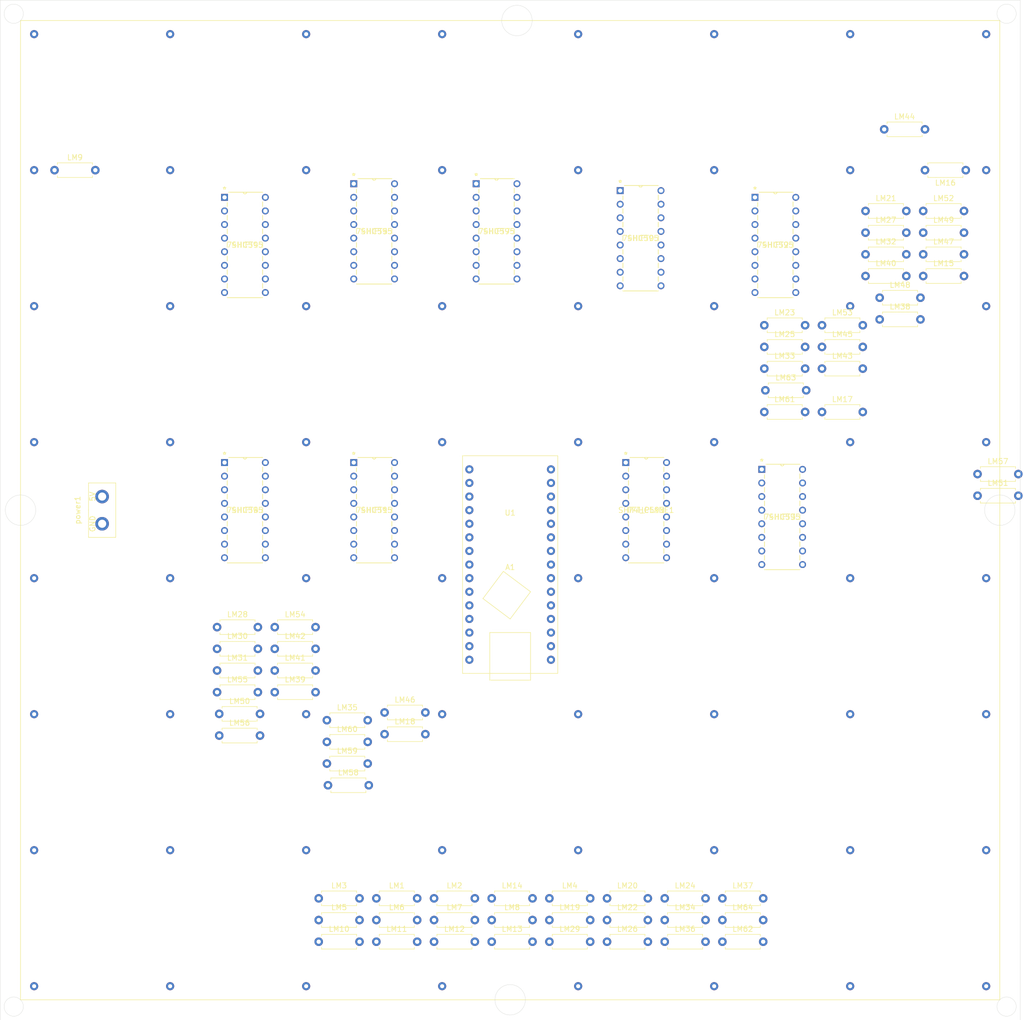
<source format=kicad_pcb>
(kicad_pcb (version 20171130) (host pcbnew "(5.1.6)-1")
  (layers (0 F.Cu signal) (31 B.Cu signal) (34 B.Paste user) (35 F.Paste user) (36 B.SilkS user) (37 F.SilkS user) (38 B.Mask user) (39 F.Mask user) (44 Edge.Cuts user))
  (net 0 "")
  (net 1 "Net-(A1-Pad1)")
  (net 2 "Net-(A1-Pad2)")
  (net 3 "Net-(A1-Pad3)")
  (net 4 "Net-(A1-Pad4)")
  (net 5 "Net-(A1-Pad5)")
  (net 6 "Net-(A1-Pad6)")
  (net 7 srclk)
  (net 8 rclk)
  (net 9 d6)
  (net 10 "Net-(A1-Pad10)")
  (net 11 "Net-(A1-Pad11)")
  (net 12 "Net-(A1-Pad12)")
  (net 13 "Net-(A1-Pad13)")
  (net 14 "Net-(A1-Pad14)")
  (net 15 "Net-(A1-Pad15)")
  (net 16 "Net-(A1-Pad16)")
  (net 17 "Net-(A1-Pad17)")
  (net 18 "Net-(A1-Pad18)")
  (net 19 "Net-(A1-Pad19)")
  (net 20 "Net-(A1-Pad20)")
  (net 21 "Net-(A1-Pad21)")
  (net 22 "Net-(A1-Pad22)")
  (net 23 "Net-(A1-Pad23)")
  (net 24 "Net-(A1-Pad24)")
  (net 25 "Net-(A1-Pad25)")
  (net 26 "Net-(A1-Pad26)")
  (net 27 "Net-(A1-Pad27)")
  (net 28 "Net-(A1-Pad28)")
  (net 29 "Net-(A1-Pad29)")
  (net 30 "Net-(A1-Pad30)")
  (net 31 led0)
  (net 32 "Net-(LM1-Pad1)")
  (net 33 "Net-(LM2-Pad1)")
  (net 34 led1)
  (net 35 led2)
  (net 36 "Net-(LM3-Pad1)")
  (net 37 "Net-(LM4-Pad1)")
  (net 38 led3)
  (net 39 led4)
  (net 40 "Net-(LM5-Pad1)")
  (net 41 "Net-(LM6-Pad1)")
  (net 42 led5)
  (net 43 led6)
  (net 44 "Net-(LM7-Pad1)")
  (net 45 "Net-(LM8-Pad1)")
  (net 46 led7)
  (net 47 led8)
  (net 48 "Net-(LM9-Pad1)")
  (net 49 "Net-(LM10-Pad1)")
  (net 50 led9)
  (net 51 led10)
  (net 52 "Net-(LM11-Pad1)")
  (net 53 "Net-(LM12-Pad1)")
  (net 54 led11)
  (net 55 led12)
  (net 56 "Net-(LM13-Pad1)")
  (net 57 "Net-(LM14-Pad1)")
  (net 58 led13)
  (net 59 led14)
  (net 60 "Net-(LM15-Pad1)")
  (net 61 "Net-(LM16-Pad1)")
  (net 62 led15)
  (net 63 led16)
  (net 64 "Net-(LM17-Pad1)")
  (net 65 "Net-(LM18-Pad1)")
  (net 66 led17)
  (net 67 led18)
  (net 68 "Net-(LM19-Pad1)")
  (net 69 "Net-(LM20-Pad1)")
  (net 70 led19)
  (net 71 led20)
  (net 72 "Net-(LM21-Pad1)")
  (net 73 "Net-(LM22-Pad1)")
  (net 74 led21)
  (net 75 led22)
  (net 76 "Net-(LM23-Pad1)")
  (net 77 "Net-(LM24-Pad1)")
  (net 78 led23)
  (net 79 led24)
  (net 80 "Net-(LM25-Pad1)")
  (net 81 "Net-(LM26-Pad1)")
  (net 82 led25)
  (net 83 led26)
  (net 84 "Net-(LM27-Pad1)")
  (net 85 "Net-(LM28-Pad1)")
  (net 86 led27)
  (net 87 led28)
  (net 88 "Net-(LM29-Pad1)")
  (net 89 "Net-(LM30-Pad1)")
  (net 90 led29)
  (net 91 led30)
  (net 92 "Net-(LM31-Pad1)")
  (net 93 "Net-(LM32-Pad1)")
  (net 94 led31)
  (net 95 "Net-(LM33-Pad2)")
  (net 96 led43)
  (net 97 led44)
  (net 98 "Net-(LM34-Pad2)")
  (net 99 "Net-(LM35-Pad2)")
  (net 100 led45)
  (net 101 led46)
  (net 102 "Net-(LM36-Pad2)")
  (net 103 "Net-(LM37-Pad2)")
  (net 104 led47)
  (net 105 led48)
  (net 106 "Net-(LM38-Pad2)")
  (net 107 "Net-(LM39-Pad2)")
  (net 108 led49)
  (net 109 "Net-(LM40-Pad2)")
  (net 110 led50)
  (net 111 "Net-(LM41-Pad2)")
  (net 112 led51)
  (net 113 led52)
  (net 114 "Net-(LM42-Pad2)")
  (net 115 "Net-(LM43-Pad2)")
  (net 116 led53)
  (net 117 led54)
  (net 118 "Net-(LM44-Pad2)")
  (net 119 "Net-(LM45-Pad2)")
  (net 120 led55)
  (net 121 led56)
  (net 122 "Net-(LM46-Pad2)")
  (net 123 "Net-(LM47-Pad2)")
  (net 124 led57)
  (net 125 led58)
  (net 126 "Net-(LM48-Pad2)")
  (net 127 "Net-(LM49-Pad2)")
  (net 128 led59)
  (net 129 led60)
  (net 130 "Net-(LM50-Pad2)")
  (net 131 "Net-(LM51-Pad2)")
  (net 132 led61)
  (net 133 led62)
  (net 134 "Net-(LM52-Pad2)")
  (net 135 "Net-(LM53-Pad2)")
  (net 136 led63)
  (net 137 led42)
  (net 138 "Net-(LM54-Pad2)")
  (net 139 led41)
  (net 140 "Net-(LM55-Pad2)")
  (net 141 led40)
  (net 142 "Net-(LM56-Pad2)")
  (net 143 "Net-(LM57-Pad2)")
  (net 144 led39)
  (net 145 led38)
  (net 146 "Net-(LM58-Pad2)")
  (net 147 "Net-(LM59-Pad2)")
  (net 148 led37)
  (net 149 led36)
  (net 150 "Net-(LM60-Pad2)")
  (net 151 "Net-(LM61-Pad2)")
  (net 152 led35)
  (net 153 led34)
  (net 154 "Net-(LM62-Pad2)")
  (net 155 "Net-(LM63-Pad2)")
  (net 156 led33)
  (net 157 led32)
  (net 158 "Net-(LM64-Pad2)")
  (net 159 GND)
  (net 160 "Net-(SHIFT0-Pad9)")
  (net 161 +5V)
  (net 162 "Net-(SHIFT1-Pad9)")
  (net 163 "Net-(SHIFT2-Pad9)")
  (net 164 "Net-(SHIFT3-Pad9)")
  (net 165 "Net-(SHIFT4-Pad9)")
  (net 166 "Net-(SHIFT5-Pad9)")
  (net 167 "Net-(SHIFT6-Pad9)")
  (net 168 "Net-(SHIFT7-Pad9)")
  (net 169 plane0)
  (net 170 "Net-(SHIFT_PLANE1-Pad14)")
  (net 171 plane7)
  (net 172 plane6)
  (net 173 plane5)
  (net 174 plane4)
  (net 175 plane3)
  (net 176 plane2)
  (net 177 plane1)
  (module footprints:power (layer F.Cu) (at 73.66 106.68 90)
    (fp_text reference power1 (at 0 -4.58 90) (layer F.SilkS))
    (fp_text value power)
    (fp_text user 5V (at 2.54 -1.778 90) (layer F.SilkS))
    (fp_text user GND (at -2.54 -1.778 90) (layer F.SilkS))
    (pad 2 thru_hole circle (at 2.54 0 90) (size 2.54 2.54) (drill 1.524) (layers *.Cu *.Mask) (net 161 +5V))
    (pad 1 thru_hole circle (at -2.54 0 90) (size 2.54 2.54) (drill 1.524) (layers *.Cu *.Mask) (net 159 GND))
  )
  (module footprints:nano (layer F.Cu) (at 149.86 116.84)
    (fp_text reference A1 (at 0 0.5) (layer F.SilkS))
    (fp_text value Arduino_Nano_v3.x)
    (pad 1 thru_hole circle (at -7.62 -17.78) (size 1.524 1.524) (drill 0.762) (layers *.Cu *.Mask) (net 1 "Net-(A1-Pad1)"))
    (pad 2 thru_hole circle (at -7.62 -15.24) (size 1.524 1.524) (drill 0.762) (layers *.Cu *.Mask) (net 2 "Net-(A1-Pad2)"))
    (pad 3 thru_hole circle (at -7.62 -12.7) (size 1.524 1.524) (drill 0.762) (layers *.Cu *.Mask) (net 3 "Net-(A1-Pad3)"))
    (pad 4 thru_hole circle (at -7.62 -10.16) (size 1.524 1.524) (drill 0.762) (layers *.Cu *.Mask) (net 4 "Net-(A1-Pad4)"))
    (pad 5 thru_hole circle (at -7.62 -7.62) (size 1.524 1.524) (drill 0.762) (layers *.Cu *.Mask) (net 5 "Net-(A1-Pad5)"))
    (pad 6 thru_hole circle (at -7.62 -5.08) (size 1.524 1.524) (drill 0.762) (layers *.Cu *.Mask) (net 6 "Net-(A1-Pad6)"))
    (pad 7 thru_hole circle (at -7.62 -2.54) (size 1.524 1.524) (drill 0.762) (layers *.Cu *.Mask) (net 7 srclk))
    (pad 8 thru_hole circle (at -7.62 0) (size 1.524 1.524) (drill 0.762) (layers *.Cu *.Mask) (net 8 rclk))
    (pad 9 thru_hole circle (at -7.62 2.54) (size 1.524 1.524) (drill 0.762) (layers *.Cu *.Mask) (net 9 d6))
    (pad 10 thru_hole circle (at -7.62 5.08) (size 1.524 1.524) (drill 0.762) (layers *.Cu *.Mask) (net 10 "Net-(A1-Pad10)"))
    (pad 11 thru_hole circle (at -7.62 7.62) (size 1.524 1.524) (drill 0.762) (layers *.Cu *.Mask) (net 11 "Net-(A1-Pad11)"))
    (pad 12 thru_hole circle (at -7.62 10.16) (size 1.524 1.524) (drill 0.762) (layers *.Cu *.Mask) (net 12 "Net-(A1-Pad12)"))
    (pad 13 thru_hole circle (at -7.62 12.7) (size 1.524 1.524) (drill 0.762) (layers *.Cu *.Mask) (net 13 "Net-(A1-Pad13)"))
    (pad 14 thru_hole circle (at -7.62 15.24) (size 1.524 1.524) (drill 0.762) (layers *.Cu *.Mask) (net 14 "Net-(A1-Pad14)"))
    (pad 15 thru_hole circle (at -7.62 17.78) (size 1.524 1.524) (drill 0.762) (layers *.Cu *.Mask) (net 15 "Net-(A1-Pad15)"))
    (pad 16 thru_hole circle (at 7.62 17.78) (size 1.524 1.524) (drill 0.762) (layers *.Cu *.Mask) (net 16 "Net-(A1-Pad16)"))
    (pad 17 thru_hole circle (at 7.62 15.24) (size 1.524 1.524) (drill 0.762) (layers *.Cu *.Mask) (net 17 "Net-(A1-Pad17)"))
    (pad 18 thru_hole circle (at 7.62 12.7) (size 1.524 1.524) (drill 0.762) (layers *.Cu *.Mask) (net 18 "Net-(A1-Pad18)"))
    (pad 19 thru_hole circle (at 7.62 10.16) (size 1.524 1.524) (drill 0.762) (layers *.Cu *.Mask) (net 19 "Net-(A1-Pad19)"))
    (pad 20 thru_hole circle (at 7.62 7.62) (size 1.524 1.524) (drill 0.762) (layers *.Cu *.Mask) (net 20 "Net-(A1-Pad20)"))
    (pad 21 thru_hole circle (at 7.62 5.08) (size 1.524 1.524) (drill 0.762) (layers *.Cu *.Mask) (net 21 "Net-(A1-Pad21)"))
    (pad 22 thru_hole circle (at 7.62 2.54) (size 1.524 1.524) (drill 0.762) (layers *.Cu *.Mask) (net 22 "Net-(A1-Pad22)"))
    (pad 23 thru_hole circle (at 7.62 0) (size 1.524 1.524) (drill 0.762) (layers *.Cu *.Mask) (net 23 "Net-(A1-Pad23)"))
    (pad 24 thru_hole circle (at 7.62 -2.54) (size 1.524 1.524) (drill 0.762) (layers *.Cu *.Mask) (net 24 "Net-(A1-Pad24)"))
    (pad 25 thru_hole circle (at 7.62 -5.08) (size 1.524 1.524) (drill 0.762) (layers *.Cu *.Mask) (net 25 "Net-(A1-Pad25)"))
    (pad 26 thru_hole circle (at 7.62 -7.62) (size 1.524 1.524) (drill 0.762) (layers *.Cu *.Mask) (net 26 "Net-(A1-Pad26)"))
    (pad 27 thru_hole circle (at 7.62 -10.16) (size 1.524 1.524) (drill 0.762) (layers *.Cu *.Mask) (net 27 "Net-(A1-Pad27)"))
    (pad 28 thru_hole circle (at 7.62 -12.7) (size 1.524 1.524) (drill 0.762) (layers *.Cu *.Mask) (net 28 "Net-(A1-Pad28)"))
    (pad 29 thru_hole circle (at 7.62 -15.24) (size 1.524 1.524) (drill 0.762) (layers *.Cu *.Mask) (net 29 "Net-(A1-Pad29)"))
    (pad 30 thru_hole circle (at 7.62 -17.78) (size 1.524 1.524) (drill 0.762) (layers *.Cu *.Mask) (net 30 "Net-(A1-Pad30)"))
  )
  (module Resistor_THT:R_Axial_DIN0207_L6.3mm_D2.5mm_P7.62mm_Horizontal (layer F.Cu) (at 124.875001 179.175001)
    (fp_text reference LM1 (at 3.81 -2.37) (layer F.SilkS))
    (fp_text value LM)
    (pad 2 thru_hole oval (at 7.62 0) (size 1.6 1.6) (drill 0.8) (layers *.Cu *.Mask) (net 31 led0))
    (pad 1 thru_hole circle (at 0 0) (size 1.6 1.6) (drill 0.8) (layers *.Cu *.Mask) (net 32 "Net-(LM1-Pad1)"))
  )
  (module Resistor_THT:R_Axial_DIN0207_L6.3mm_D2.5mm_P7.62mm_Horizontal (layer F.Cu) (at 135.645001 179.175001)
    (fp_text reference LM2 (at 3.81 -2.37) (layer F.SilkS))
    (fp_text value LM)
    (pad 1 thru_hole circle (at 0 0) (size 1.6 1.6) (drill 0.8) (layers *.Cu *.Mask) (net 33 "Net-(LM2-Pad1)"))
    (pad 2 thru_hole oval (at 7.62 0) (size 1.6 1.6) (drill 0.8) (layers *.Cu *.Mask) (net 34 led1))
  )
  (module Resistor_THT:R_Axial_DIN0207_L6.3mm_D2.5mm_P7.62mm_Horizontal (layer F.Cu) (at 114.105001 179.175001)
    (fp_text reference LM3 (at 3.81 -2.37) (layer F.SilkS))
    (fp_text value LM)
    (pad 2 thru_hole oval (at 7.62 0) (size 1.6 1.6) (drill 0.8) (layers *.Cu *.Mask) (net 35 led2))
    (pad 1 thru_hole circle (at 0 0) (size 1.6 1.6) (drill 0.8) (layers *.Cu *.Mask) (net 36 "Net-(LM3-Pad1)"))
  )
  (module Resistor_THT:R_Axial_DIN0207_L6.3mm_D2.5mm_P7.62mm_Horizontal (layer F.Cu) (at 157.185001 179.175001)
    (fp_text reference LM4 (at 3.81 -2.37) (layer F.SilkS))
    (fp_text value LM)
    (pad 1 thru_hole circle (at 0 0) (size 1.6 1.6) (drill 0.8) (layers *.Cu *.Mask) (net 37 "Net-(LM4-Pad1)"))
    (pad 2 thru_hole oval (at 7.62 0) (size 1.6 1.6) (drill 0.8) (layers *.Cu *.Mask) (net 38 led3))
  )
  (module Resistor_THT:R_Axial_DIN0207_L6.3mm_D2.5mm_P7.62mm_Horizontal (layer F.Cu) (at 114.105001 183.225001)
    (fp_text reference LM5 (at 3.81 -2.37) (layer F.SilkS))
    (fp_text value LM)
    (pad 2 thru_hole oval (at 7.62 0) (size 1.6 1.6) (drill 0.8) (layers *.Cu *.Mask) (net 39 led4))
    (pad 1 thru_hole circle (at 0 0) (size 1.6 1.6) (drill 0.8) (layers *.Cu *.Mask) (net 40 "Net-(LM5-Pad1)"))
  )
  (module Resistor_THT:R_Axial_DIN0207_L6.3mm_D2.5mm_P7.62mm_Horizontal (layer F.Cu) (at 124.875001 183.225001)
    (fp_text reference LM6 (at 3.81 -2.37) (layer F.SilkS))
    (fp_text value LM)
    (pad 1 thru_hole circle (at 0 0) (size 1.6 1.6) (drill 0.8) (layers *.Cu *.Mask) (net 41 "Net-(LM6-Pad1)"))
    (pad 2 thru_hole oval (at 7.62 0) (size 1.6 1.6) (drill 0.8) (layers *.Cu *.Mask) (net 42 led5))
  )
  (module Resistor_THT:R_Axial_DIN0207_L6.3mm_D2.5mm_P7.62mm_Horizontal (layer F.Cu) (at 135.645001 183.225001)
    (fp_text reference LM7 (at 3.81 -2.37) (layer F.SilkS))
    (fp_text value LM)
    (pad 2 thru_hole oval (at 7.62 0) (size 1.6 1.6) (drill 0.8) (layers *.Cu *.Mask) (net 43 led6))
    (pad 1 thru_hole circle (at 0 0) (size 1.6 1.6) (drill 0.8) (layers *.Cu *.Mask) (net 44 "Net-(LM7-Pad1)"))
  )
  (module Resistor_THT:R_Axial_DIN0207_L6.3mm_D2.5mm_P7.62mm_Horizontal (layer F.Cu) (at 146.415001 183.225001)
    (fp_text reference LM8 (at 3.81 -2.37) (layer F.SilkS))
    (fp_text value LM)
    (pad 1 thru_hole circle (at 0 0) (size 1.6 1.6) (drill 0.8) (layers *.Cu *.Mask) (net 45 "Net-(LM8-Pad1)"))
    (pad 2 thru_hole oval (at 7.62 0) (size 1.6 1.6) (drill 0.8) (layers *.Cu *.Mask) (net 46 led7))
  )
  (module Resistor_THT:R_Axial_DIN0207_L6.3mm_D2.5mm_P7.62mm_Horizontal (layer F.Cu) (at 64.77 43.18)
    (fp_text reference LM9 (at 3.81 -2.37) (layer F.SilkS))
    (fp_text value LM)
    (pad 2 thru_hole oval (at 7.62 0) (size 1.6 1.6) (drill 0.8) (layers *.Cu *.Mask) (net 47 led8))
    (pad 1 thru_hole circle (at 0 0) (size 1.6 1.6) (drill 0.8) (layers *.Cu *.Mask) (net 48 "Net-(LM9-Pad1)"))
  )
  (module Resistor_THT:R_Axial_DIN0207_L6.3mm_D2.5mm_P7.62mm_Horizontal (layer F.Cu) (at 114.105001 187.275001)
    (fp_text reference LM10 (at 3.81 -2.37) (layer F.SilkS))
    (fp_text value LM)
    (pad 1 thru_hole circle (at 0 0) (size 1.6 1.6) (drill 0.8) (layers *.Cu *.Mask) (net 49 "Net-(LM10-Pad1)"))
    (pad 2 thru_hole oval (at 7.62 0) (size 1.6 1.6) (drill 0.8) (layers *.Cu *.Mask) (net 50 led9))
  )
  (module Resistor_THT:R_Axial_DIN0207_L6.3mm_D2.5mm_P7.62mm_Horizontal (layer F.Cu) (at 124.875001 187.275001)
    (fp_text reference LM11 (at 3.81 -2.37) (layer F.SilkS))
    (fp_text value LM)
    (pad 2 thru_hole oval (at 7.62 0) (size 1.6 1.6) (drill 0.8) (layers *.Cu *.Mask) (net 51 led10))
    (pad 1 thru_hole circle (at 0 0) (size 1.6 1.6) (drill 0.8) (layers *.Cu *.Mask) (net 52 "Net-(LM11-Pad1)"))
  )
  (module Resistor_THT:R_Axial_DIN0207_L6.3mm_D2.5mm_P7.62mm_Horizontal (layer F.Cu) (at 135.645001 187.275001)
    (fp_text reference LM12 (at 3.81 -2.37) (layer F.SilkS))
    (fp_text value LM)
    (pad 1 thru_hole circle (at 0 0) (size 1.6 1.6) (drill 0.8) (layers *.Cu *.Mask) (net 53 "Net-(LM12-Pad1)"))
    (pad 2 thru_hole oval (at 7.62 0) (size 1.6 1.6) (drill 0.8) (layers *.Cu *.Mask) (net 54 led11))
  )
  (module Resistor_THT:R_Axial_DIN0207_L6.3mm_D2.5mm_P7.62mm_Horizontal (layer F.Cu) (at 146.415001 187.275001)
    (fp_text reference LM13 (at 3.81 -2.37) (layer F.SilkS))
    (fp_text value LM)
    (pad 2 thru_hole oval (at 7.62 0) (size 1.6 1.6) (drill 0.8) (layers *.Cu *.Mask) (net 55 led12))
    (pad 1 thru_hole circle (at 0 0) (size 1.6 1.6) (drill 0.8) (layers *.Cu *.Mask) (net 56 "Net-(LM13-Pad1)"))
  )
  (module Resistor_THT:R_Axial_DIN0207_L6.3mm_D2.5mm_P7.62mm_Horizontal (layer F.Cu) (at 146.415001 179.175001)
    (fp_text reference LM14 (at 3.81 -2.37) (layer F.SilkS))
    (fp_text value LM)
    (pad 1 thru_hole circle (at 0 0) (size 1.6 1.6) (drill 0.8) (layers *.Cu *.Mask) (net 57 "Net-(LM14-Pad1)"))
    (pad 2 thru_hole oval (at 7.62 0) (size 1.6 1.6) (drill 0.8) (layers *.Cu *.Mask) (net 58 led13))
  )
  (module Resistor_THT:R_Axial_DIN0207_L6.3mm_D2.5mm_P7.62mm_Horizontal (layer F.Cu) (at 226.995001 62.955001)
    (fp_text reference LM15 (at 3.81 -2.37) (layer F.SilkS))
    (fp_text value LM)
    (pad 2 thru_hole oval (at 7.62 0) (size 1.6 1.6) (drill 0.8) (layers *.Cu *.Mask) (net 59 led14))
    (pad 1 thru_hole circle (at 0 0) (size 1.6 1.6) (drill 0.8) (layers *.Cu *.Mask) (net 60 "Net-(LM15-Pad1)"))
  )
  (module Resistor_THT:R_Axial_DIN0207_L6.3mm_D2.5mm_P7.62mm_Horizontal (layer F.Cu) (at 234.95 43.18 180)
    (fp_text reference LM16 (at 3.81 -2.37) (layer F.SilkS))
    (fp_text value LM)
    (pad 1 thru_hole circle (at 0 0 180) (size 1.6 1.6) (drill 0.8) (layers *.Cu *.Mask) (net 61 "Net-(LM16-Pad1)"))
    (pad 2 thru_hole oval (at 7.62 0 180) (size 1.6 1.6) (drill 0.8) (layers *.Cu *.Mask) (net 62 led15))
  )
  (module Resistor_THT:R_Axial_DIN0207_L6.3mm_D2.5mm_P7.62mm_Horizontal (layer F.Cu) (at 208.095001 88.345001)
    (fp_text reference LM17 (at 3.81 -2.37) (layer F.SilkS))
    (fp_text value LM)
    (pad 2 thru_hole oval (at 7.62 0) (size 1.6 1.6) (drill 0.8) (layers *.Cu *.Mask) (net 63 led16))
    (pad 1 thru_hole circle (at 0 0) (size 1.6 1.6) (drill 0.8) (layers *.Cu *.Mask) (net 64 "Net-(LM17-Pad1)"))
  )
  (module Resistor_THT:R_Axial_DIN0207_L6.3mm_D2.5mm_P7.62mm_Horizontal (layer F.Cu) (at 126.405001 148.515001)
    (fp_text reference LM18 (at 3.81 -2.37) (layer F.SilkS))
    (fp_text value LM)
    (pad 1 thru_hole circle (at 0 0) (size 1.6 1.6) (drill 0.8) (layers *.Cu *.Mask) (net 65 "Net-(LM18-Pad1)"))
    (pad 2 thru_hole oval (at 7.62 0) (size 1.6 1.6) (drill 0.8) (layers *.Cu *.Mask) (net 66 led17))
  )
  (module Resistor_THT:R_Axial_DIN0207_L6.3mm_D2.5mm_P7.62mm_Horizontal (layer F.Cu) (at 157.185001 183.225001)
    (fp_text reference LM19 (at 3.81 -2.37) (layer F.SilkS))
    (fp_text value LM)
    (pad 2 thru_hole oval (at 7.62 0) (size 1.6 1.6) (drill 0.8) (layers *.Cu *.Mask) (net 67 led18))
    (pad 1 thru_hole circle (at 0 0) (size 1.6 1.6) (drill 0.8) (layers *.Cu *.Mask) (net 68 "Net-(LM19-Pad1)"))
  )
  (module Resistor_THT:R_Axial_DIN0207_L6.3mm_D2.5mm_P7.62mm_Horizontal (layer F.Cu) (at 167.955001 179.175001)
    (fp_text reference LM20 (at 3.81 -2.37) (layer F.SilkS))
    (fp_text value LM)
    (pad 1 thru_hole circle (at 0 0) (size 1.6 1.6) (drill 0.8) (layers *.Cu *.Mask) (net 69 "Net-(LM20-Pad1)"))
    (pad 2 thru_hole oval (at 7.62 0) (size 1.6 1.6) (drill 0.8) (layers *.Cu *.Mask) (net 70 led19))
  )
  (module Resistor_THT:R_Axial_DIN0207_L6.3mm_D2.5mm_P7.62mm_Horizontal (layer F.Cu) (at 216.225001 50.805001)
    (fp_text reference LM21 (at 3.81 -2.37) (layer F.SilkS))
    (fp_text value LM)
    (pad 2 thru_hole oval (at 7.62 0) (size 1.6 1.6) (drill 0.8) (layers *.Cu *.Mask) (net 71 led20))
    (pad 1 thru_hole circle (at 0 0) (size 1.6 1.6) (drill 0.8) (layers *.Cu *.Mask) (net 72 "Net-(LM21-Pad1)"))
  )
  (module Resistor_THT:R_Axial_DIN0207_L6.3mm_D2.5mm_P7.62mm_Horizontal (layer F.Cu) (at 167.955001 183.225001)
    (fp_text reference LM22 (at 3.81 -2.37) (layer F.SilkS))
    (fp_text value LM)
    (pad 1 thru_hole circle (at 0 0) (size 1.6 1.6) (drill 0.8) (layers *.Cu *.Mask) (net 73 "Net-(LM22-Pad1)"))
    (pad 2 thru_hole oval (at 7.62 0) (size 1.6 1.6) (drill 0.8) (layers *.Cu *.Mask) (net 74 led21))
  )
  (module Resistor_THT:R_Axial_DIN0207_L6.3mm_D2.5mm_P7.62mm_Horizontal (layer F.Cu) (at 197.325001 72.145001)
    (fp_text reference LM23 (at 3.81 -2.37) (layer F.SilkS))
    (fp_text value LM)
    (pad 2 thru_hole oval (at 7.62 0) (size 1.6 1.6) (drill 0.8) (layers *.Cu *.Mask) (net 75 led22))
    (pad 1 thru_hole circle (at 0 0) (size 1.6 1.6) (drill 0.8) (layers *.Cu *.Mask) (net 76 "Net-(LM23-Pad1)"))
  )
  (module Resistor_THT:R_Axial_DIN0207_L6.3mm_D2.5mm_P7.62mm_Horizontal (layer F.Cu) (at 178.725001 179.175001)
    (fp_text reference LM24 (at 3.81 -2.37) (layer F.SilkS))
    (fp_text value LM)
    (pad 1 thru_hole circle (at 0 0) (size 1.6 1.6) (drill 0.8) (layers *.Cu *.Mask) (net 77 "Net-(LM24-Pad1)"))
    (pad 2 thru_hole oval (at 7.62 0) (size 1.6 1.6) (drill 0.8) (layers *.Cu *.Mask) (net 78 led23))
  )
  (module Resistor_THT:R_Axial_DIN0207_L6.3mm_D2.5mm_P7.62mm_Horizontal (layer F.Cu) (at 197.325001 76.195001)
    (fp_text reference LM25 (at 3.81 -2.37) (layer F.SilkS))
    (fp_text value LM)
    (pad 2 thru_hole oval (at 7.62 0) (size 1.6 1.6) (drill 0.8) (layers *.Cu *.Mask) (net 79 led24))
    (pad 1 thru_hole circle (at 0 0) (size 1.6 1.6) (drill 0.8) (layers *.Cu *.Mask) (net 80 "Net-(LM25-Pad1)"))
  )
  (module Resistor_THT:R_Axial_DIN0207_L6.3mm_D2.5mm_P7.62mm_Horizontal (layer F.Cu) (at 167.955001 187.275001)
    (fp_text reference LM26 (at 3.81 -2.37) (layer F.SilkS))
    (fp_text value LM)
    (pad 1 thru_hole circle (at 0 0) (size 1.6 1.6) (drill 0.8) (layers *.Cu *.Mask) (net 81 "Net-(LM26-Pad1)"))
    (pad 2 thru_hole oval (at 7.62 0) (size 1.6 1.6) (drill 0.8) (layers *.Cu *.Mask) (net 82 led25))
  )
  (module Resistor_THT:R_Axial_DIN0207_L6.3mm_D2.5mm_P7.62mm_Horizontal (layer F.Cu) (at 216.225001 54.855001)
    (fp_text reference LM27 (at 3.81 -2.37) (layer F.SilkS))
    (fp_text value LM)
    (pad 2 thru_hole oval (at 7.62 0) (size 1.6 1.6) (drill 0.8) (layers *.Cu *.Mask) (net 83 led26))
    (pad 1 thru_hole circle (at 0 0) (size 1.6 1.6) (drill 0.8) (layers *.Cu *.Mask) (net 84 "Net-(LM27-Pad1)"))
  )
  (module Resistor_THT:R_Axial_DIN0207_L6.3mm_D2.5mm_P7.62mm_Horizontal (layer F.Cu) (at 95.125001 128.525001)
    (fp_text reference LM28 (at 3.81 -2.37) (layer F.SilkS))
    (fp_text value LM)
    (pad 1 thru_hole circle (at 0 0) (size 1.6 1.6) (drill 0.8) (layers *.Cu *.Mask) (net 85 "Net-(LM28-Pad1)"))
    (pad 2 thru_hole oval (at 7.62 0) (size 1.6 1.6) (drill 0.8) (layers *.Cu *.Mask) (net 86 led27))
  )
  (module Resistor_THT:R_Axial_DIN0207_L6.3mm_D2.5mm_P7.62mm_Horizontal (layer F.Cu) (at 157.185001 187.275001)
    (fp_text reference LM29 (at 3.81 -2.37) (layer F.SilkS))
    (fp_text value LM)
    (pad 2 thru_hole oval (at 7.62 0) (size 1.6 1.6) (drill 0.8) (layers *.Cu *.Mask) (net 87 led28))
    (pad 1 thru_hole circle (at 0 0) (size 1.6 1.6) (drill 0.8) (layers *.Cu *.Mask) (net 88 "Net-(LM29-Pad1)"))
  )
  (module Resistor_THT:R_Axial_DIN0207_L6.3mm_D2.5mm_P7.62mm_Horizontal (layer F.Cu) (at 95.125001 132.575001)
    (fp_text reference LM30 (at 3.81 -2.37) (layer F.SilkS))
    (fp_text value LM)
    (pad 1 thru_hole circle (at 0 0) (size 1.6 1.6) (drill 0.8) (layers *.Cu *.Mask) (net 89 "Net-(LM30-Pad1)"))
    (pad 2 thru_hole oval (at 7.62 0) (size 1.6 1.6) (drill 0.8) (layers *.Cu *.Mask) (net 90 led29))
  )
  (module Resistor_THT:R_Axial_DIN0207_L6.3mm_D2.5mm_P7.62mm_Horizontal (layer F.Cu) (at 95.125001 136.625001)
    (fp_text reference LM31 (at 3.81 -2.37) (layer F.SilkS))
    (fp_text value LM)
    (pad 2 thru_hole oval (at 7.62 0) (size 1.6 1.6) (drill 0.8) (layers *.Cu *.Mask) (net 91 led30))
    (pad 1 thru_hole circle (at 0 0) (size 1.6 1.6) (drill 0.8) (layers *.Cu *.Mask) (net 92 "Net-(LM31-Pad1)"))
  )
  (module Resistor_THT:R_Axial_DIN0207_L6.3mm_D2.5mm_P7.62mm_Horizontal (layer F.Cu) (at 216.225001 58.905001)
    (fp_text reference LM32 (at 3.81 -2.37) (layer F.SilkS))
    (fp_text value LM)
    (pad 1 thru_hole circle (at 0 0) (size 1.6 1.6) (drill 0.8) (layers *.Cu *.Mask) (net 93 "Net-(LM32-Pad1)"))
    (pad 2 thru_hole oval (at 7.62 0) (size 1.6 1.6) (drill 0.8) (layers *.Cu *.Mask) (net 94 led31))
  )
  (module Resistor_THT:R_Axial_DIN0207_L6.3mm_D2.5mm_P7.62mm_Horizontal (layer F.Cu) (at 197.325001 80.245001)
    (fp_text reference LM33 (at 3.81 -2.37) (layer F.SilkS))
    (fp_text value LM)
    (pad 2 thru_hole oval (at 7.62 0) (size 1.6 1.6) (drill 0.8) (layers *.Cu *.Mask) (net 95 "Net-(LM33-Pad2)"))
    (pad 1 thru_hole circle (at 0 0) (size 1.6 1.6) (drill 0.8) (layers *.Cu *.Mask) (net 96 led43))
  )
  (module Resistor_THT:R_Axial_DIN0207_L6.3mm_D2.5mm_P7.62mm_Horizontal (layer F.Cu) (at 178.725001 183.225001)
    (fp_text reference LM34 (at 3.81 -2.37) (layer F.SilkS))
    (fp_text value LM)
    (pad 1 thru_hole circle (at 0 0) (size 1.6 1.6) (drill 0.8) (layers *.Cu *.Mask) (net 97 led44))
    (pad 2 thru_hole oval (at 7.62 0) (size 1.6 1.6) (drill 0.8) (layers *.Cu *.Mask) (net 98 "Net-(LM34-Pad2)"))
  )
  (module Resistor_THT:R_Axial_DIN0207_L6.3mm_D2.5mm_P7.62mm_Horizontal (layer F.Cu) (at 115.635001 145.905001)
    (fp_text reference LM35 (at 3.81 -2.37) (layer F.SilkS))
    (fp_text value LM)
    (pad 2 thru_hole oval (at 7.62 0) (size 1.6 1.6) (drill 0.8) (layers *.Cu *.Mask) (net 99 "Net-(LM35-Pad2)"))
    (pad 1 thru_hole circle (at 0 0) (size 1.6 1.6) (drill 0.8) (layers *.Cu *.Mask) (net 100 led45))
  )
  (module Resistor_THT:R_Axial_DIN0207_L6.3mm_D2.5mm_P7.62mm_Horizontal (layer F.Cu) (at 178.725001 187.275001)
    (fp_text reference LM36 (at 3.81 -2.37) (layer F.SilkS))
    (fp_text value LM)
    (pad 1 thru_hole circle (at 0 0) (size 1.6 1.6) (drill 0.8) (layers *.Cu *.Mask) (net 101 led46))
    (pad 2 thru_hole oval (at 7.62 0) (size 1.6 1.6) (drill 0.8) (layers *.Cu *.Mask) (net 102 "Net-(LM36-Pad2)"))
  )
  (module Resistor_THT:R_Axial_DIN0207_L6.3mm_D2.5mm_P7.62mm_Horizontal (layer F.Cu) (at 189.495001 179.175001)
    (fp_text reference LM37 (at 3.81 -2.37) (layer F.SilkS))
    (fp_text value LM)
    (pad 2 thru_hole oval (at 7.62 0) (size 1.6 1.6) (drill 0.8) (layers *.Cu *.Mask) (net 103 "Net-(LM37-Pad2)"))
    (pad 1 thru_hole circle (at 0 0) (size 1.6 1.6) (drill 0.8) (layers *.Cu *.Mask) (net 104 led47))
  )
  (module Resistor_THT:R_Axial_DIN0207_L6.3mm_D2.5mm_P7.62mm_Horizontal (layer F.Cu) (at 218.865001 71.055001)
    (fp_text reference LM38 (at 3.81 -2.37) (layer F.SilkS))
    (fp_text value LM)
    (pad 1 thru_hole circle (at 0 0) (size 1.6 1.6) (drill 0.8) (layers *.Cu *.Mask) (net 105 led48))
    (pad 2 thru_hole oval (at 7.62 0) (size 1.6 1.6) (drill 0.8) (layers *.Cu *.Mask) (net 106 "Net-(LM38-Pad2)"))
  )
  (module Resistor_THT:R_Axial_DIN0207_L6.3mm_D2.5mm_P7.62mm_Horizontal (layer F.Cu) (at 105.895001 140.675001)
    (fp_text reference LM39 (at 3.81 -2.37) (layer F.SilkS))
    (fp_text value LM)
    (pad 2 thru_hole oval (at 7.62 0) (size 1.6 1.6) (drill 0.8) (layers *.Cu *.Mask) (net 107 "Net-(LM39-Pad2)"))
    (pad 1 thru_hole circle (at 0 0) (size 1.6 1.6) (drill 0.8) (layers *.Cu *.Mask) (net 108 led49))
  )
  (module Resistor_THT:R_Axial_DIN0207_L6.3mm_D2.5mm_P7.62mm_Horizontal (layer F.Cu) (at 216.225001 62.955001)
    (fp_text reference LM40 (at 3.81 -2.37) (layer F.SilkS))
    (fp_text value LM)
    (pad 2 thru_hole oval (at 7.62 0) (size 1.6 1.6) (drill 0.8) (layers *.Cu *.Mask) (net 109 "Net-(LM40-Pad2)"))
    (pad 1 thru_hole circle (at 0 0) (size 1.6 1.6) (drill 0.8) (layers *.Cu *.Mask) (net 110 led50))
  )
  (module Resistor_THT:R_Axial_DIN0207_L6.3mm_D2.5mm_P7.62mm_Horizontal (layer F.Cu) (at 105.895001 136.625001)
    (fp_text reference LM41 (at 3.81 -2.37) (layer F.SilkS))
    (fp_text value LM)
    (pad 2 thru_hole oval (at 7.62 0) (size 1.6 1.6) (drill 0.8) (layers *.Cu *.Mask) (net 111 "Net-(LM41-Pad2)"))
    (pad 1 thru_hole circle (at 0 0) (size 1.6 1.6) (drill 0.8) (layers *.Cu *.Mask) (net 112 led51))
  )
  (module Resistor_THT:R_Axial_DIN0207_L6.3mm_D2.5mm_P7.62mm_Horizontal (layer F.Cu) (at 105.895001 132.575001)
    (fp_text reference LM42 (at 3.81 -2.37) (layer F.SilkS))
    (fp_text value LM)
    (pad 1 thru_hole circle (at 0 0) (size 1.6 1.6) (drill 0.8) (layers *.Cu *.Mask) (net 113 led52))
    (pad 2 thru_hole oval (at 7.62 0) (size 1.6 1.6) (drill 0.8) (layers *.Cu *.Mask) (net 114 "Net-(LM42-Pad2)"))
  )
  (module Resistor_THT:R_Axial_DIN0207_L6.3mm_D2.5mm_P7.62mm_Horizontal (layer F.Cu) (at 208.095001 80.245001)
    (fp_text reference LM43 (at 3.81 -2.37) (layer F.SilkS))
    (fp_text value LM)
    (pad 2 thru_hole oval (at 7.62 0) (size 1.6 1.6) (drill 0.8) (layers *.Cu *.Mask) (net 115 "Net-(LM43-Pad2)"))
    (pad 1 thru_hole circle (at 0 0) (size 1.6 1.6) (drill 0.8) (layers *.Cu *.Mask) (net 116 led53))
  )
  (module Resistor_THT:R_Axial_DIN0207_L6.3mm_D2.5mm_P7.62mm_Horizontal (layer F.Cu) (at 219.71 35.56)
    (fp_text reference LM44 (at 3.81 -2.37) (layer F.SilkS))
    (fp_text value LM)
    (pad 1 thru_hole circle (at 0 0) (size 1.6 1.6) (drill 0.8) (layers *.Cu *.Mask) (net 117 led54))
    (pad 2 thru_hole oval (at 7.62 0) (size 1.6 1.6) (drill 0.8) (layers *.Cu *.Mask) (net 118 "Net-(LM44-Pad2)"))
  )
  (module Resistor_THT:R_Axial_DIN0207_L6.3mm_D2.5mm_P7.62mm_Horizontal (layer F.Cu) (at 208.095001 76.195001)
    (fp_text reference LM45 (at 3.81 -2.37) (layer F.SilkS))
    (fp_text value LM)
    (pad 2 thru_hole oval (at 7.62 0) (size 1.6 1.6) (drill 0.8) (layers *.Cu *.Mask) (net 119 "Net-(LM45-Pad2)"))
    (pad 1 thru_hole circle (at 0 0) (size 1.6 1.6) (drill 0.8) (layers *.Cu *.Mask) (net 120 led55))
  )
  (module Resistor_THT:R_Axial_DIN0207_L6.3mm_D2.5mm_P7.62mm_Horizontal (layer F.Cu) (at 126.405001 144.465001)
    (fp_text reference LM46 (at 3.81 -2.37) (layer F.SilkS))
    (fp_text value LM)
    (pad 1 thru_hole circle (at 0 0) (size 1.6 1.6) (drill 0.8) (layers *.Cu *.Mask) (net 121 led56))
    (pad 2 thru_hole oval (at 7.62 0) (size 1.6 1.6) (drill 0.8) (layers *.Cu *.Mask) (net 122 "Net-(LM46-Pad2)"))
  )
  (module Resistor_THT:R_Axial_DIN0207_L6.3mm_D2.5mm_P7.62mm_Horizontal (layer F.Cu) (at 226.995001 58.905001)
    (fp_text reference LM47 (at 3.81 -2.37) (layer F.SilkS))
    (fp_text value LM)
    (pad 2 thru_hole oval (at 7.62 0) (size 1.6 1.6) (drill 0.8) (layers *.Cu *.Mask) (net 123 "Net-(LM47-Pad2)"))
    (pad 1 thru_hole circle (at 0 0) (size 1.6 1.6) (drill 0.8) (layers *.Cu *.Mask) (net 124 led57))
  )
  (module Resistor_THT:R_Axial_DIN0207_L6.3mm_D2.5mm_P7.62mm_Horizontal (layer F.Cu) (at 218.865001 67.005001)
    (fp_text reference LM48 (at 3.81 -2.37) (layer F.SilkS))
    (fp_text value LM)
    (pad 1 thru_hole circle (at 0 0) (size 1.6 1.6) (drill 0.8) (layers *.Cu *.Mask) (net 125 led58))
    (pad 2 thru_hole oval (at 7.62 0) (size 1.6 1.6) (drill 0.8) (layers *.Cu *.Mask) (net 126 "Net-(LM48-Pad2)"))
  )
  (module Resistor_THT:R_Axial_DIN0207_L6.3mm_D2.5mm_P7.62mm_Horizontal (layer F.Cu) (at 226.995001 54.855001)
    (fp_text reference LM49 (at 3.81 -2.37) (layer F.SilkS))
    (fp_text value LM)
    (pad 2 thru_hole oval (at 7.62 0) (size 1.6 1.6) (drill 0.8) (layers *.Cu *.Mask) (net 127 "Net-(LM49-Pad2)"))
    (pad 1 thru_hole circle (at 0 0) (size 1.6 1.6) (drill 0.8) (layers *.Cu *.Mask) (net 128 led59))
  )
  (module Resistor_THT:R_Axial_DIN0207_L6.3mm_D2.5mm_P7.62mm_Horizontal (layer F.Cu) (at 95.525001 144.725001)
    (fp_text reference LM50 (at 3.81 -2.37) (layer F.SilkS))
    (fp_text value LM)
    (pad 1 thru_hole circle (at 0 0) (size 1.6 1.6) (drill 0.8) (layers *.Cu *.Mask) (net 129 led60))
    (pad 2 thru_hole oval (at 7.62 0) (size 1.6 1.6) (drill 0.8) (layers *.Cu *.Mask) (net 130 "Net-(LM50-Pad2)"))
  )
  (module Resistor_THT:R_Axial_DIN0207_L6.3mm_D2.5mm_P7.62mm_Horizontal (layer F.Cu) (at 237.145001 103.985001)
    (fp_text reference LM51 (at 3.81 -2.37) (layer F.SilkS))
    (fp_text value LM)
    (pad 2 thru_hole oval (at 7.62 0) (size 1.6 1.6) (drill 0.8) (layers *.Cu *.Mask) (net 131 "Net-(LM51-Pad2)"))
    (pad 1 thru_hole circle (at 0 0) (size 1.6 1.6) (drill 0.8) (layers *.Cu *.Mask) (net 132 led61))
  )
  (module Resistor_THT:R_Axial_DIN0207_L6.3mm_D2.5mm_P7.62mm_Horizontal (layer F.Cu) (at 226.995001 50.805001)
    (fp_text reference LM52 (at 3.81 -2.37) (layer F.SilkS))
    (fp_text value LM)
    (pad 1 thru_hole circle (at 0 0) (size 1.6 1.6) (drill 0.8) (layers *.Cu *.Mask) (net 133 led62))
    (pad 2 thru_hole oval (at 7.62 0) (size 1.6 1.6) (drill 0.8) (layers *.Cu *.Mask) (net 134 "Net-(LM52-Pad2)"))
  )
  (module Resistor_THT:R_Axial_DIN0207_L6.3mm_D2.5mm_P7.62mm_Horizontal (layer F.Cu) (at 208.095001 72.145001)
    (fp_text reference LM53 (at 3.81 -2.37) (layer F.SilkS))
    (fp_text value LM)
    (pad 2 thru_hole oval (at 7.62 0) (size 1.6 1.6) (drill 0.8) (layers *.Cu *.Mask) (net 135 "Net-(LM53-Pad2)"))
    (pad 1 thru_hole circle (at 0 0) (size 1.6 1.6) (drill 0.8) (layers *.Cu *.Mask) (net 136 led63))
  )
  (module Resistor_THT:R_Axial_DIN0207_L6.3mm_D2.5mm_P7.62mm_Horizontal (layer F.Cu) (at 105.895001 128.525001)
    (fp_text reference LM54 (at 3.81 -2.37) (layer F.SilkS))
    (fp_text value LM)
    (pad 1 thru_hole circle (at 0 0) (size 1.6 1.6) (drill 0.8) (layers *.Cu *.Mask) (net 137 led42))
    (pad 2 thru_hole oval (at 7.62 0) (size 1.6 1.6) (drill 0.8) (layers *.Cu *.Mask) (net 138 "Net-(LM54-Pad2)"))
  )
  (module Resistor_THT:R_Axial_DIN0207_L6.3mm_D2.5mm_P7.62mm_Horizontal (layer F.Cu) (at 95.125001 140.675001)
    (fp_text reference LM55 (at 3.81 -2.37) (layer F.SilkS))
    (fp_text value LM)
    (pad 1 thru_hole circle (at 0 0) (size 1.6 1.6) (drill 0.8) (layers *.Cu *.Mask) (net 139 led41))
    (pad 2 thru_hole oval (at 7.62 0) (size 1.6 1.6) (drill 0.8) (layers *.Cu *.Mask) (net 140 "Net-(LM55-Pad2)"))
  )
  (module Resistor_THT:R_Axial_DIN0207_L6.3mm_D2.5mm_P7.62mm_Horizontal (layer F.Cu) (at 95.525001 148.775001)
    (fp_text reference LM56 (at 3.81 -2.37) (layer F.SilkS))
    (fp_text value LM)
    (pad 1 thru_hole circle (at 0 0) (size 1.6 1.6) (drill 0.8) (layers *.Cu *.Mask) (net 141 led40))
    (pad 2 thru_hole oval (at 7.62 0) (size 1.6 1.6) (drill 0.8) (layers *.Cu *.Mask) (net 142 "Net-(LM56-Pad2)"))
  )
  (module Resistor_THT:R_Axial_DIN0207_L6.3mm_D2.5mm_P7.62mm_Horizontal (layer F.Cu) (at 237.145001 99.935001)
    (fp_text reference LM57 (at 3.81 -2.37) (layer F.SilkS))
    (fp_text value LM)
    (pad 2 thru_hole oval (at 7.62 0) (size 1.6 1.6) (drill 0.8) (layers *.Cu *.Mask) (net 143 "Net-(LM57-Pad2)"))
    (pad 1 thru_hole circle (at 0 0) (size 1.6 1.6) (drill 0.8) (layers *.Cu *.Mask) (net 144 led39))
  )
  (module Resistor_THT:R_Axial_DIN0207_L6.3mm_D2.5mm_P7.62mm_Horizontal (layer F.Cu) (at 115.835001 158.055001)
    (fp_text reference LM58 (at 3.81 -2.37) (layer F.SilkS))
    (fp_text value LM)
    (pad 1 thru_hole circle (at 0 0) (size 1.6 1.6) (drill 0.8) (layers *.Cu *.Mask) (net 145 led38))
    (pad 2 thru_hole oval (at 7.62 0) (size 1.6 1.6) (drill 0.8) (layers *.Cu *.Mask) (net 146 "Net-(LM58-Pad2)"))
  )
  (module Resistor_THT:R_Axial_DIN0207_L6.3mm_D2.5mm_P7.62mm_Horizontal (layer F.Cu) (at 115.635001 154.005001)
    (fp_text reference LM59 (at 3.81 -2.37) (layer F.SilkS))
    (fp_text value LM)
    (pad 2 thru_hole oval (at 7.62 0) (size 1.6 1.6) (drill 0.8) (layers *.Cu *.Mask) (net 147 "Net-(LM59-Pad2)"))
    (pad 1 thru_hole circle (at 0 0) (size 1.6 1.6) (drill 0.8) (layers *.Cu *.Mask) (net 148 led37))
  )
  (module Resistor_THT:R_Axial_DIN0207_L6.3mm_D2.5mm_P7.62mm_Horizontal (layer F.Cu) (at 115.635001 149.955001)
    (fp_text reference LM60 (at 3.81 -2.37) (layer F.SilkS))
    (fp_text value LM)
    (pad 1 thru_hole circle (at 0 0) (size 1.6 1.6) (drill 0.8) (layers *.Cu *.Mask) (net 149 led36))
    (pad 2 thru_hole oval (at 7.62 0) (size 1.6 1.6) (drill 0.8) (layers *.Cu *.Mask) (net 150 "Net-(LM60-Pad2)"))
  )
  (module Resistor_THT:R_Axial_DIN0207_L6.3mm_D2.5mm_P7.62mm_Horizontal (layer F.Cu) (at 197.325001 88.345001)
    (fp_text reference LM61 (at 3.81 -2.37) (layer F.SilkS))
    (fp_text value LM)
    (pad 2 thru_hole oval (at 7.62 0) (size 1.6 1.6) (drill 0.8) (layers *.Cu *.Mask) (net 151 "Net-(LM61-Pad2)"))
    (pad 1 thru_hole circle (at 0 0) (size 1.6 1.6) (drill 0.8) (layers *.Cu *.Mask) (net 152 led35))
  )
  (module Resistor_THT:R_Axial_DIN0207_L6.3mm_D2.5mm_P7.62mm_Horizontal (layer F.Cu) (at 189.495001 187.275001)
    (fp_text reference LM62 (at 3.81 -2.37) (layer F.SilkS))
    (fp_text value LM)
    (pad 1 thru_hole circle (at 0 0) (size 1.6 1.6) (drill 0.8) (layers *.Cu *.Mask) (net 153 led34))
    (pad 2 thru_hole oval (at 7.62 0) (size 1.6 1.6) (drill 0.8) (layers *.Cu *.Mask) (net 154 "Net-(LM62-Pad2)"))
  )
  (module Resistor_THT:R_Axial_DIN0207_L6.3mm_D2.5mm_P7.62mm_Horizontal (layer F.Cu) (at 197.525001 84.295001)
    (fp_text reference LM63 (at 3.81 -2.37) (layer F.SilkS))
    (fp_text value LM)
    (pad 2 thru_hole oval (at 7.62 0) (size 1.6 1.6) (drill 0.8) (layers *.Cu *.Mask) (net 155 "Net-(LM63-Pad2)"))
    (pad 1 thru_hole circle (at 0 0) (size 1.6 1.6) (drill 0.8) (layers *.Cu *.Mask) (net 156 led33))
  )
  (module Resistor_THT:R_Axial_DIN0207_L6.3mm_D2.5mm_P7.62mm_Horizontal (layer F.Cu) (at 189.495001 183.225001)
    (fp_text reference LM64 (at 3.81 -2.37) (layer F.SilkS))
    (fp_text value LM)
    (pad 1 thru_hole circle (at 0 0) (size 1.6 1.6) (drill 0.8) (layers *.Cu *.Mask) (net 157 led32))
    (pad 2 thru_hole oval (at 7.62 0) (size 1.6 1.6) (drill 0.8) (layers *.Cu *.Mask) (net 158 "Net-(LM64-Pad2)"))
  )
  (module footprints:SN74HC595N (layer F.Cu) (at 178.027901 64.782701)
    (fp_text reference SHIFT0 (at -3.81 -8.89) (layer F.SilkS))
    (fp_text value 74HC595 (at -3.81 -8.89) (layer F.SilkS))
    (fp_text user * (at -7.62 -19.1897) (layer F.SilkS))
    (fp_text user * (at -7.62 -19.1897) (layer F.SilkS))
    (pad 1 thru_hole rect (at -7.62 -17.78) (size 1.2954 1.2954) (drill 0.7874) (layers *.Cu *.Mask) (net 34 led1))
    (pad 2 thru_hole circle (at -7.62 -15.24) (size 1.2954 1.2954) (drill 0.7874) (layers *.Cu *.Mask) (net 35 led2))
    (pad 3 thru_hole circle (at -7.62 -12.7) (size 1.2954 1.2954) (drill 0.7874) (layers *.Cu *.Mask) (net 38 led3))
    (pad 4 thru_hole circle (at -7.62 -10.16) (size 1.2954 1.2954) (drill 0.7874) (layers *.Cu *.Mask) (net 39 led4))
    (pad 5 thru_hole circle (at -7.62 -7.62) (size 1.2954 1.2954) (drill 0.7874) (layers *.Cu *.Mask) (net 42 led5))
    (pad 6 thru_hole circle (at -7.62 -5.08) (size 1.2954 1.2954) (drill 0.7874) (layers *.Cu *.Mask) (net 43 led6))
    (pad 7 thru_hole circle (at -7.62 -2.54) (size 1.2954 1.2954) (drill 0.7874) (layers *.Cu *.Mask) (net 46 led7))
    (pad 8 thru_hole circle (at -7.62 0) (size 1.2954 1.2954) (drill 0.7874) (layers *.Cu *.Mask) (net 159 GND))
    (pad 9 thru_hole circle (at 0 0) (size 1.2954 1.2954) (drill 0.7874) (layers *.Cu *.Mask) (net 160 "Net-(SHIFT0-Pad9)"))
    (pad 10 thru_hole circle (at 0 -2.54) (size 1.2954 1.2954) (drill 0.7874) (layers *.Cu *.Mask) (net 161 +5V))
    (pad 11 thru_hole circle (at 0 -5.08) (size 1.2954 1.2954) (drill 0.7874) (layers *.Cu *.Mask) (net 7 srclk))
    (pad 12 thru_hole circle (at 0 -7.62) (size 1.2954 1.2954) (drill 0.7874) (layers *.Cu *.Mask) (net 8 rclk))
    (pad 13 thru_hole circle (at 0 -10.16) (size 1.2954 1.2954) (drill 0.7874) (layers *.Cu *.Mask) (net 159 GND))
    (pad 14 thru_hole circle (at 0 -12.7) (size 1.2954 1.2954) (drill 0.7874) (layers *.Cu *.Mask) (net 9 d6))
    (pad 15 thru_hole circle (at 0 -15.24) (size 1.2954 1.2954) (drill 0.7874) (layers *.Cu *.Mask) (net 31 led0))
    (pad 16 thru_hole circle (at 0 -17.78) (size 1.2954 1.2954) (drill 0.7874) (layers *.Cu *.Mask) (net 161 +5V))
  )
  (module footprints:SN74HC595N (layer F.Cu) (at 128.27 115.57)
    (fp_text reference SHIFT1 (at -3.81 -8.89) (layer F.SilkS))
    (fp_text value 74HC595 (at -3.81 -8.89) (layer F.SilkS))
    (fp_text user * (at -7.62 -19.1897) (layer F.SilkS))
    (fp_text user * (at -7.62 -19.1897) (layer F.SilkS))
    (pad 1 thru_hole rect (at -7.62 -17.78) (size 1.2954 1.2954) (drill 0.7874) (layers *.Cu *.Mask) (net 50 led9))
    (pad 2 thru_hole circle (at -7.62 -15.24) (size 1.2954 1.2954) (drill 0.7874) (layers *.Cu *.Mask) (net 51 led10))
    (pad 3 thru_hole circle (at -7.62 -12.7) (size 1.2954 1.2954) (drill 0.7874) (layers *.Cu *.Mask) (net 54 led11))
    (pad 4 thru_hole circle (at -7.62 -10.16) (size 1.2954 1.2954) (drill 0.7874) (layers *.Cu *.Mask) (net 55 led12))
    (pad 5 thru_hole circle (at -7.62 -7.62) (size 1.2954 1.2954) (drill 0.7874) (layers *.Cu *.Mask) (net 58 led13))
    (pad 6 thru_hole circle (at -7.62 -5.08) (size 1.2954 1.2954) (drill 0.7874) (layers *.Cu *.Mask) (net 59 led14))
    (pad 7 thru_hole circle (at -7.62 -2.54) (size 1.2954 1.2954) (drill 0.7874) (layers *.Cu *.Mask) (net 62 led15))
    (pad 8 thru_hole circle (at -7.62 0) (size 1.2954 1.2954) (drill 0.7874) (layers *.Cu *.Mask) (net 159 GND))
    (pad 9 thru_hole circle (at 0 0) (size 1.2954 1.2954) (drill 0.7874) (layers *.Cu *.Mask) (net 162 "Net-(SHIFT1-Pad9)"))
    (pad 10 thru_hole circle (at 0 -2.54) (size 1.2954 1.2954) (drill 0.7874) (layers *.Cu *.Mask) (net 161 +5V))
    (pad 11 thru_hole circle (at 0 -5.08) (size 1.2954 1.2954) (drill 0.7874) (layers *.Cu *.Mask) (net 7 srclk))
    (pad 12 thru_hole circle (at 0 -7.62) (size 1.2954 1.2954) (drill 0.7874) (layers *.Cu *.Mask) (net 8 rclk))
    (pad 13 thru_hole circle (at 0 -10.16) (size 1.2954 1.2954) (drill 0.7874) (layers *.Cu *.Mask) (net 159 GND))
    (pad 14 thru_hole circle (at 0 -12.7) (size 1.2954 1.2954) (drill 0.7874) (layers *.Cu *.Mask) (net 160 "Net-(SHIFT0-Pad9)"))
    (pad 15 thru_hole circle (at 0 -15.24) (size 1.2954 1.2954) (drill 0.7874) (layers *.Cu *.Mask) (net 47 led8))
    (pad 16 thru_hole circle (at 0 -17.78) (size 1.2954 1.2954) (drill 0.7874) (layers *.Cu *.Mask) (net 161 +5V))
  )
  (module footprints:SN74HC595N (layer F.Cu) (at 203.2 66.04)
    (fp_text reference SHIFT2 (at -3.81 -8.89) (layer F.SilkS))
    (fp_text value 74HC595 (at -3.81 -8.89) (layer F.SilkS))
    (fp_text user * (at -7.62 -19.1897) (layer F.SilkS))
    (fp_text user * (at -7.62 -19.1897) (layer F.SilkS))
    (pad 16 thru_hole circle (at 0 -17.78) (size 1.2954 1.2954) (drill 0.7874) (layers *.Cu *.Mask) (net 161 +5V))
    (pad 15 thru_hole circle (at 0 -15.24) (size 1.2954 1.2954) (drill 0.7874) (layers *.Cu *.Mask) (net 63 led16))
    (pad 14 thru_hole circle (at 0 -12.7) (size 1.2954 1.2954) (drill 0.7874) (layers *.Cu *.Mask) (net 162 "Net-(SHIFT1-Pad9)"))
    (pad 13 thru_hole circle (at 0 -10.16) (size 1.2954 1.2954) (drill 0.7874) (layers *.Cu *.Mask) (net 159 GND))
    (pad 12 thru_hole circle (at 0 -7.62) (size 1.2954 1.2954) (drill 0.7874) (layers *.Cu *.Mask) (net 8 rclk))
    (pad 11 thru_hole circle (at 0 -5.08) (size 1.2954 1.2954) (drill 0.7874) (layers *.Cu *.Mask) (net 7 srclk))
    (pad 10 thru_hole circle (at 0 -2.54) (size 1.2954 1.2954) (drill 0.7874) (layers *.Cu *.Mask) (net 161 +5V))
    (pad 9 thru_hole circle (at 0 0) (size 1.2954 1.2954) (drill 0.7874) (layers *.Cu *.Mask) (net 163 "Net-(SHIFT2-Pad9)"))
    (pad 8 thru_hole circle (at -7.62 0) (size 1.2954 1.2954) (drill 0.7874) (layers *.Cu *.Mask) (net 159 GND))
    (pad 7 thru_hole circle (at -7.62 -2.54) (size 1.2954 1.2954) (drill 0.7874) (layers *.Cu *.Mask) (net 78 led23))
    (pad 6 thru_hole circle (at -7.62 -5.08) (size 1.2954 1.2954) (drill 0.7874) (layers *.Cu *.Mask) (net 75 led22))
    (pad 5 thru_hole circle (at -7.62 -7.62) (size 1.2954 1.2954) (drill 0.7874) (layers *.Cu *.Mask) (net 74 led21))
    (pad 4 thru_hole circle (at -7.62 -10.16) (size 1.2954 1.2954) (drill 0.7874) (layers *.Cu *.Mask) (net 71 led20))
    (pad 3 thru_hole circle (at -7.62 -12.7) (size 1.2954 1.2954) (drill 0.7874) (layers *.Cu *.Mask) (net 70 led19))
    (pad 2 thru_hole circle (at -7.62 -15.24) (size 1.2954 1.2954) (drill 0.7874) (layers *.Cu *.Mask) (net 67 led18))
    (pad 1 thru_hole rect (at -7.62 -17.78) (size 1.2954 1.2954) (drill 0.7874) (layers *.Cu *.Mask) (net 66 led17))
  )
  (module footprints:SN74HC595N (layer F.Cu) (at 204.47 116.84)
    (fp_text reference SHIFT3 (at -3.81 -8.89) (layer F.SilkS))
    (fp_text value 74HC595 (at -3.81 -8.89) (layer F.SilkS))
    (fp_text user * (at -7.62 -19.1897) (layer F.SilkS))
    (fp_text user * (at -7.62 -19.1897) (layer F.SilkS))
    (pad 16 thru_hole circle (at 0 -17.78) (size 1.2954 1.2954) (drill 0.7874) (layers *.Cu *.Mask) (net 161 +5V))
    (pad 15 thru_hole circle (at 0 -15.24) (size 1.2954 1.2954) (drill 0.7874) (layers *.Cu *.Mask) (net 79 led24))
    (pad 14 thru_hole circle (at 0 -12.7) (size 1.2954 1.2954) (drill 0.7874) (layers *.Cu *.Mask) (net 163 "Net-(SHIFT2-Pad9)"))
    (pad 13 thru_hole circle (at 0 -10.16) (size 1.2954 1.2954) (drill 0.7874) (layers *.Cu *.Mask) (net 159 GND))
    (pad 12 thru_hole circle (at 0 -7.62) (size 1.2954 1.2954) (drill 0.7874) (layers *.Cu *.Mask) (net 8 rclk))
    (pad 11 thru_hole circle (at 0 -5.08) (size 1.2954 1.2954) (drill 0.7874) (layers *.Cu *.Mask) (net 7 srclk))
    (pad 10 thru_hole circle (at 0 -2.54) (size 1.2954 1.2954) (drill 0.7874) (layers *.Cu *.Mask) (net 161 +5V))
    (pad 9 thru_hole circle (at 0 0) (size 1.2954 1.2954) (drill 0.7874) (layers *.Cu *.Mask) (net 164 "Net-(SHIFT3-Pad9)"))
    (pad 8 thru_hole circle (at -7.62 0) (size 1.2954 1.2954) (drill 0.7874) (layers *.Cu *.Mask) (net 159 GND))
    (pad 7 thru_hole circle (at -7.62 -2.54) (size 1.2954 1.2954) (drill 0.7874) (layers *.Cu *.Mask) (net 94 led31))
    (pad 6 thru_hole circle (at -7.62 -5.08) (size 1.2954 1.2954) (drill 0.7874) (layers *.Cu *.Mask) (net 91 led30))
    (pad 5 thru_hole circle (at -7.62 -7.62) (size 1.2954 1.2954) (drill 0.7874) (layers *.Cu *.Mask) (net 90 led29))
    (pad 4 thru_hole circle (at -7.62 -10.16) (size 1.2954 1.2954) (drill 0.7874) (layers *.Cu *.Mask) (net 87 led28))
    (pad 3 thru_hole circle (at -7.62 -12.7) (size 1.2954 1.2954) (drill 0.7874) (layers *.Cu *.Mask) (net 86 led27))
    (pad 2 thru_hole circle (at -7.62 -15.24) (size 1.2954 1.2954) (drill 0.7874) (layers *.Cu *.Mask) (net 83 led26))
    (pad 1 thru_hole rect (at -7.62 -17.78) (size 1.2954 1.2954) (drill 0.7874) (layers *.Cu *.Mask) (net 82 led25))
  )
  (module footprints:SN74HC595N (layer F.Cu) (at 104.14 66.04)
    (fp_text reference SHIFT4 (at -3.81 -8.89) (layer F.SilkS))
    (fp_text value 74HC595 (at -3.81 -8.89) (layer F.SilkS))
    (fp_text user * (at -7.62 -19.1897) (layer F.SilkS))
    (fp_text user * (at -7.62 -19.1897) (layer F.SilkS))
    (pad 1 thru_hole rect (at -7.62 -17.78) (size 1.2954 1.2954) (drill 0.7874) (layers *.Cu *.Mask) (net 156 led33))
    (pad 2 thru_hole circle (at -7.62 -15.24) (size 1.2954 1.2954) (drill 0.7874) (layers *.Cu *.Mask) (net 153 led34))
    (pad 3 thru_hole circle (at -7.62 -12.7) (size 1.2954 1.2954) (drill 0.7874) (layers *.Cu *.Mask) (net 152 led35))
    (pad 4 thru_hole circle (at -7.62 -10.16) (size 1.2954 1.2954) (drill 0.7874) (layers *.Cu *.Mask) (net 149 led36))
    (pad 5 thru_hole circle (at -7.62 -7.62) (size 1.2954 1.2954) (drill 0.7874) (layers *.Cu *.Mask) (net 148 led37))
    (pad 6 thru_hole circle (at -7.62 -5.08) (size 1.2954 1.2954) (drill 0.7874) (layers *.Cu *.Mask) (net 145 led38))
    (pad 7 thru_hole circle (at -7.62 -2.54) (size 1.2954 1.2954) (drill 0.7874) (layers *.Cu *.Mask) (net 144 led39))
    (pad 8 thru_hole circle (at -7.62 0) (size 1.2954 1.2954) (drill 0.7874) (layers *.Cu *.Mask) (net 159 GND))
    (pad 9 thru_hole circle (at 0 0) (size 1.2954 1.2954) (drill 0.7874) (layers *.Cu *.Mask) (net 165 "Net-(SHIFT4-Pad9)"))
    (pad 10 thru_hole circle (at 0 -2.54) (size 1.2954 1.2954) (drill 0.7874) (layers *.Cu *.Mask) (net 161 +5V))
    (pad 11 thru_hole circle (at 0 -5.08) (size 1.2954 1.2954) (drill 0.7874) (layers *.Cu *.Mask) (net 7 srclk))
    (pad 12 thru_hole circle (at 0 -7.62) (size 1.2954 1.2954) (drill 0.7874) (layers *.Cu *.Mask) (net 8 rclk))
    (pad 13 thru_hole circle (at 0 -10.16) (size 1.2954 1.2954) (drill 0.7874) (layers *.Cu *.Mask) (net 159 GND))
    (pad 14 thru_hole circle (at 0 -12.7) (size 1.2954 1.2954) (drill 0.7874) (layers *.Cu *.Mask) (net 164 "Net-(SHIFT3-Pad9)"))
    (pad 15 thru_hole circle (at 0 -15.24) (size 1.2954 1.2954) (drill 0.7874) (layers *.Cu *.Mask) (net 157 led32))
    (pad 16 thru_hole circle (at 0 -17.78) (size 1.2954 1.2954) (drill 0.7874) (layers *.Cu *.Mask) (net 161 +5V))
  )
  (module footprints:SN74HC595N (layer F.Cu) (at 128.27 63.5)
    (fp_text reference SHIFT5 (at -3.81 -8.89) (layer F.SilkS))
    (fp_text value 74HC595 (at -3.81 -8.89) (layer F.SilkS))
    (fp_text user * (at -7.62 -19.1897) (layer F.SilkS))
    (fp_text user * (at -7.62 -19.1897) (layer F.SilkS))
    (pad 1 thru_hole rect (at -7.62 -17.78) (size 1.2954 1.2954) (drill 0.7874) (layers *.Cu *.Mask) (net 139 led41))
    (pad 2 thru_hole circle (at -7.62 -15.24) (size 1.2954 1.2954) (drill 0.7874) (layers *.Cu *.Mask) (net 137 led42))
    (pad 3 thru_hole circle (at -7.62 -12.7) (size 1.2954 1.2954) (drill 0.7874) (layers *.Cu *.Mask) (net 96 led43))
    (pad 4 thru_hole circle (at -7.62 -10.16) (size 1.2954 1.2954) (drill 0.7874) (layers *.Cu *.Mask) (net 97 led44))
    (pad 5 thru_hole circle (at -7.62 -7.62) (size 1.2954 1.2954) (drill 0.7874) (layers *.Cu *.Mask) (net 100 led45))
    (pad 6 thru_hole circle (at -7.62 -5.08) (size 1.2954 1.2954) (drill 0.7874) (layers *.Cu *.Mask) (net 101 led46))
    (pad 7 thru_hole circle (at -7.62 -2.54) (size 1.2954 1.2954) (drill 0.7874) (layers *.Cu *.Mask) (net 104 led47))
    (pad 8 thru_hole circle (at -7.62 0) (size 1.2954 1.2954) (drill 0.7874) (layers *.Cu *.Mask) (net 159 GND))
    (pad 9 thru_hole circle (at 0 0) (size 1.2954 1.2954) (drill 0.7874) (layers *.Cu *.Mask) (net 166 "Net-(SHIFT5-Pad9)"))
    (pad 10 thru_hole circle (at 0 -2.54) (size 1.2954 1.2954) (drill 0.7874) (layers *.Cu *.Mask) (net 161 +5V))
    (pad 11 thru_hole circle (at 0 -5.08) (size 1.2954 1.2954) (drill 0.7874) (layers *.Cu *.Mask) (net 7 srclk))
    (pad 12 thru_hole circle (at 0 -7.62) (size 1.2954 1.2954) (drill 0.7874) (layers *.Cu *.Mask) (net 8 rclk))
    (pad 13 thru_hole circle (at 0 -10.16) (size 1.2954 1.2954) (drill 0.7874) (layers *.Cu *.Mask) (net 159 GND))
    (pad 14 thru_hole circle (at 0 -12.7) (size 1.2954 1.2954) (drill 0.7874) (layers *.Cu *.Mask) (net 165 "Net-(SHIFT4-Pad9)"))
    (pad 15 thru_hole circle (at 0 -15.24) (size 1.2954 1.2954) (drill 0.7874) (layers *.Cu *.Mask) (net 141 led40))
    (pad 16 thru_hole circle (at 0 -17.78) (size 1.2954 1.2954) (drill 0.7874) (layers *.Cu *.Mask) (net 161 +5V))
  )
  (module footprints:SN74HC595N (layer F.Cu) (at 104.14 115.57)
    (fp_text reference SHIFT6 (at -3.81 -8.89) (layer F.SilkS))
    (fp_text value 74HC595 (at -3.81 -8.89) (layer F.SilkS))
    (fp_text user * (at -7.62 -19.1897) (layer F.SilkS))
    (fp_text user * (at -7.62 -19.1897) (layer F.SilkS))
    (pad 16 thru_hole circle (at 0 -17.78) (size 1.2954 1.2954) (drill 0.7874) (layers *.Cu *.Mask) (net 161 +5V))
    (pad 15 thru_hole circle (at 0 -15.24) (size 1.2954 1.2954) (drill 0.7874) (layers *.Cu *.Mask) (net 105 led48))
    (pad 14 thru_hole circle (at 0 -12.7) (size 1.2954 1.2954) (drill 0.7874) (layers *.Cu *.Mask) (net 166 "Net-(SHIFT5-Pad9)"))
    (pad 13 thru_hole circle (at 0 -10.16) (size 1.2954 1.2954) (drill 0.7874) (layers *.Cu *.Mask) (net 159 GND))
    (pad 12 thru_hole circle (at 0 -7.62) (size 1.2954 1.2954) (drill 0.7874) (layers *.Cu *.Mask) (net 8 rclk))
    (pad 11 thru_hole circle (at 0 -5.08) (size 1.2954 1.2954) (drill 0.7874) (layers *.Cu *.Mask) (net 7 srclk))
    (pad 10 thru_hole circle (at 0 -2.54) (size 1.2954 1.2954) (drill 0.7874) (layers *.Cu *.Mask) (net 161 +5V))
    (pad 9 thru_hole circle (at 0 0) (size 1.2954 1.2954) (drill 0.7874) (layers *.Cu *.Mask) (net 167 "Net-(SHIFT6-Pad9)"))
    (pad 8 thru_hole circle (at -7.62 0) (size 1.2954 1.2954) (drill 0.7874) (layers *.Cu *.Mask) (net 159 GND))
    (pad 7 thru_hole circle (at -7.62 -2.54) (size 1.2954 1.2954) (drill 0.7874) (layers *.Cu *.Mask) (net 120 led55))
    (pad 6 thru_hole circle (at -7.62 -5.08) (size 1.2954 1.2954) (drill 0.7874) (layers *.Cu *.Mask) (net 117 led54))
    (pad 5 thru_hole circle (at -7.62 -7.62) (size 1.2954 1.2954) (drill 0.7874) (layers *.Cu *.Mask) (net 116 led53))
    (pad 4 thru_hole circle (at -7.62 -10.16) (size 1.2954 1.2954) (drill 0.7874) (layers *.Cu *.Mask) (net 113 led52))
    (pad 3 thru_hole circle (at -7.62 -12.7) (size 1.2954 1.2954) (drill 0.7874) (layers *.Cu *.Mask) (net 112 led51))
    (pad 2 thru_hole circle (at -7.62 -15.24) (size 1.2954 1.2954) (drill 0.7874) (layers *.Cu *.Mask) (net 110 led50))
    (pad 1 thru_hole rect (at -7.62 -17.78) (size 1.2954 1.2954) (drill 0.7874) (layers *.Cu *.Mask) (net 108 led49))
  )
  (module footprints:SN74HC595N (layer F.Cu) (at 151.13 63.5)
    (fp_text reference SHIFT7 (at -3.81 -8.89) (layer F.SilkS))
    (fp_text value 74HC595 (at -3.81 -8.89) (layer F.SilkS))
    (fp_text user * (at -7.62 -19.1897) (layer F.SilkS))
    (fp_text user * (at -7.62 -19.1897) (layer F.SilkS))
    (pad 1 thru_hole rect (at -7.62 -17.78) (size 1.2954 1.2954) (drill 0.7874) (layers *.Cu *.Mask) (net 124 led57))
    (pad 2 thru_hole circle (at -7.62 -15.24) (size 1.2954 1.2954) (drill 0.7874) (layers *.Cu *.Mask) (net 125 led58))
    (pad 3 thru_hole circle (at -7.62 -12.7) (size 1.2954 1.2954) (drill 0.7874) (layers *.Cu *.Mask) (net 128 led59))
    (pad 4 thru_hole circle (at -7.62 -10.16) (size 1.2954 1.2954) (drill 0.7874) (layers *.Cu *.Mask) (net 129 led60))
    (pad 5 thru_hole circle (at -7.62 -7.62) (size 1.2954 1.2954) (drill 0.7874) (layers *.Cu *.Mask) (net 132 led61))
    (pad 6 thru_hole circle (at -7.62 -5.08) (size 1.2954 1.2954) (drill 0.7874) (layers *.Cu *.Mask) (net 133 led62))
    (pad 7 thru_hole circle (at -7.62 -2.54) (size 1.2954 1.2954) (drill 0.7874) (layers *.Cu *.Mask) (net 136 led63))
    (pad 8 thru_hole circle (at -7.62 0) (size 1.2954 1.2954) (drill 0.7874) (layers *.Cu *.Mask) (net 159 GND))
    (pad 9 thru_hole circle (at 0 0) (size 1.2954 1.2954) (drill 0.7874) (layers *.Cu *.Mask) (net 168 "Net-(SHIFT7-Pad9)"))
    (pad 10 thru_hole circle (at 0 -2.54) (size 1.2954 1.2954) (drill 0.7874) (layers *.Cu *.Mask) (net 161 +5V))
    (pad 11 thru_hole circle (at 0 -5.08) (size 1.2954 1.2954) (drill 0.7874) (layers *.Cu *.Mask) (net 7 srclk))
    (pad 12 thru_hole circle (at 0 -7.62) (size 1.2954 1.2954) (drill 0.7874) (layers *.Cu *.Mask) (net 8 rclk))
    (pad 13 thru_hole circle (at 0 -10.16) (size 1.2954 1.2954) (drill 0.7874) (layers *.Cu *.Mask) (net 159 GND))
    (pad 14 thru_hole circle (at 0 -12.7) (size 1.2954 1.2954) (drill 0.7874) (layers *.Cu *.Mask) (net 167 "Net-(SHIFT6-Pad9)"))
    (pad 15 thru_hole circle (at 0 -15.24) (size 1.2954 1.2954) (drill 0.7874) (layers *.Cu *.Mask) (net 121 led56))
    (pad 16 thru_hole circle (at 0 -17.78) (size 1.2954 1.2954) (drill 0.7874) (layers *.Cu *.Mask) (net 161 +5V))
  )
  (module footprints:SN74HC595N (layer F.Cu) (at 179.07 115.57)
    (fp_text reference SHIFT_PLANE1 (at -3.81 -8.89) (layer F.SilkS))
    (fp_text value 74HC595 (at -3.81 -8.89) (layer F.SilkS))
    (fp_text user * (at -7.62 -19.1897) (layer F.SilkS))
    (fp_text user * (at -7.62 -19.1897) (layer F.SilkS))
    (pad 16 thru_hole circle (at 0 -17.78) (size 1.2954 1.2954) (drill 0.7874) (layers *.Cu *.Mask) (net 161 +5V))
    (pad 15 thru_hole circle (at 0 -15.24) (size 1.2954 1.2954) (drill 0.7874) (layers *.Cu *.Mask) (net 169 plane0))
    (pad 14 thru_hole circle (at 0 -12.7) (size 1.2954 1.2954) (drill 0.7874) (layers *.Cu *.Mask) (net 170 "Net-(SHIFT_PLANE1-Pad14)"))
    (pad 13 thru_hole circle (at 0 -10.16) (size 1.2954 1.2954) (drill 0.7874) (layers *.Cu *.Mask) (net 159 GND))
    (pad 12 thru_hole circle (at 0 -7.62) (size 1.2954 1.2954) (drill 0.7874) (layers *.Cu *.Mask) (net 8 rclk))
    (pad 11 thru_hole circle (at 0 -5.08) (size 1.2954 1.2954) (drill 0.7874) (layers *.Cu *.Mask) (net 7 srclk))
    (pad 10 thru_hole circle (at 0 -2.54) (size 1.2954 1.2954) (drill 0.7874) (layers *.Cu *.Mask) (net 161 +5V))
    (pad 9 thru_hole circle (at 0 0) (size 1.2954 1.2954) (drill 0.7874) (layers *.Cu *.Mask) (net 168 "Net-(SHIFT7-Pad9)"))
    (pad 8 thru_hole circle (at -7.62 0) (size 1.2954 1.2954) (drill 0.7874) (layers *.Cu *.Mask) (net 159 GND))
    (pad 7 thru_hole circle (at -7.62 -2.54) (size 1.2954 1.2954) (drill 0.7874) (layers *.Cu *.Mask) (net 171 plane7))
    (pad 6 thru_hole circle (at -7.62 -5.08) (size 1.2954 1.2954) (drill 0.7874) (layers *.Cu *.Mask) (net 172 plane6))
    (pad 5 thru_hole circle (at -7.62 -7.62) (size 1.2954 1.2954) (drill 0.7874) (layers *.Cu *.Mask) (net 173 plane5))
    (pad 4 thru_hole circle (at -7.62 -10.16) (size 1.2954 1.2954) (drill 0.7874) (layers *.Cu *.Mask) (net 174 plane4))
    (pad 3 thru_hole circle (at -7.62 -12.7) (size 1.2954 1.2954) (drill 0.7874) (layers *.Cu *.Mask) (net 175 plane3))
    (pad 2 thru_hole circle (at -7.62 -15.24) (size 1.2954 1.2954) (drill 0.7874) (layers *.Cu *.Mask) (net 176 plane2))
    (pad 1 thru_hole rect (at -7.62 -17.78) (size 1.2954 1.2954) (drill 0.7874) (layers *.Cu *.Mask) (net 177 plane1))
  )
  (module footprints:led_cube (layer F.Cu) (at 60.96 17.78)
    (fp_text reference U1 (at 88.9 89.4) (layer F.SilkS))
    (fp_text value led_cube)
    (pad 0 thru_hole circle (at 0 0) (size 1.524 1.524) (drill 0.762) (layers *.Cu *.Mask) (net 32 "Net-(LM1-Pad1)"))
    (pad 1 thru_hole circle (at 25.4 0) (size 1.524 1.524) (drill 0.762) (layers *.Cu *.Mask) (net 33 "Net-(LM2-Pad1)"))
    (pad 2 thru_hole circle (at 50.8 0) (size 1.524 1.524) (drill 0.762) (layers *.Cu *.Mask) (net 36 "Net-(LM3-Pad1)"))
    (pad 3 thru_hole circle (at 76.2 0) (size 1.524 1.524) (drill 0.762) (layers *.Cu *.Mask) (net 37 "Net-(LM4-Pad1)"))
    (pad 4 thru_hole circle (at 101.6 0) (size 1.524 1.524) (drill 0.762) (layers *.Cu *.Mask) (net 40 "Net-(LM5-Pad1)"))
    (pad 5 thru_hole circle (at 127 0) (size 1.524 1.524) (drill 0.762) (layers *.Cu *.Mask) (net 41 "Net-(LM6-Pad1)"))
    (pad 6 thru_hole circle (at 152.4 0) (size 1.524 1.524) (drill 0.762) (layers *.Cu *.Mask) (net 44 "Net-(LM7-Pad1)"))
    (pad 7 thru_hole circle (at 177.8 0) (size 1.524 1.524) (drill 0.762) (layers *.Cu *.Mask) (net 45 "Net-(LM8-Pad1)"))
    (pad 8 thru_hole circle (at 0 25.4) (size 1.524 1.524) (drill 0.762) (layers *.Cu *.Mask) (net 48 "Net-(LM9-Pad1)"))
    (pad 9 thru_hole circle (at 25.4 25.4) (size 1.524 1.524) (drill 0.762) (layers *.Cu *.Mask) (net 49 "Net-(LM10-Pad1)"))
    (pad 10 thru_hole circle (at 50.8 25.4) (size 1.524 1.524) (drill 0.762) (layers *.Cu *.Mask) (net 52 "Net-(LM11-Pad1)"))
    (pad 11 thru_hole circle (at 76.2 25.4) (size 1.524 1.524) (drill 0.762) (layers *.Cu *.Mask) (net 53 "Net-(LM12-Pad1)"))
    (pad 12 thru_hole circle (at 101.6 25.4) (size 1.524 1.524) (drill 0.762) (layers *.Cu *.Mask) (net 56 "Net-(LM13-Pad1)"))
    (pad 13 thru_hole circle (at 127 25.4) (size 1.524 1.524) (drill 0.762) (layers *.Cu *.Mask) (net 57 "Net-(LM14-Pad1)"))
    (pad 14 thru_hole circle (at 152.4 25.4) (size 1.524 1.524) (drill 0.762) (layers *.Cu *.Mask) (net 60 "Net-(LM15-Pad1)"))
    (pad 15 thru_hole circle (at 177.8 25.4) (size 1.524 1.524) (drill 0.762) (layers *.Cu *.Mask) (net 61 "Net-(LM16-Pad1)"))
    (pad 16 thru_hole circle (at 0 50.8) (size 1.524 1.524) (drill 0.762) (layers *.Cu *.Mask) (net 64 "Net-(LM17-Pad1)"))
    (pad 17 thru_hole circle (at 25.4 50.8) (size 1.524 1.524) (drill 0.762) (layers *.Cu *.Mask) (net 65 "Net-(LM18-Pad1)"))
    (pad 18 thru_hole circle (at 50.8 50.8) (size 1.524 1.524) (drill 0.762) (layers *.Cu *.Mask) (net 68 "Net-(LM19-Pad1)"))
    (pad 19 thru_hole circle (at 76.2 50.8) (size 1.524 1.524) (drill 0.762) (layers *.Cu *.Mask) (net 69 "Net-(LM20-Pad1)"))
    (pad 20 thru_hole circle (at 101.6 50.8) (size 1.524 1.524) (drill 0.762) (layers *.Cu *.Mask) (net 72 "Net-(LM21-Pad1)"))
    (pad 21 thru_hole circle (at 127 50.8) (size 1.524 1.524) (drill 0.762) (layers *.Cu *.Mask) (net 73 "Net-(LM22-Pad1)"))
    (pad 22 thru_hole circle (at 152.4 50.8) (size 1.524 1.524) (drill 0.762) (layers *.Cu *.Mask) (net 76 "Net-(LM23-Pad1)"))
    (pad 23 thru_hole circle (at 177.8 50.8) (size 1.524 1.524) (drill 0.762) (layers *.Cu *.Mask) (net 77 "Net-(LM24-Pad1)"))
    (pad 24 thru_hole circle (at 0 76.2) (size 1.524 1.524) (drill 0.762) (layers *.Cu *.Mask) (net 80 "Net-(LM25-Pad1)"))
    (pad 25 thru_hole circle (at 25.4 76.2) (size 1.524 1.524) (drill 0.762) (layers *.Cu *.Mask) (net 81 "Net-(LM26-Pad1)"))
    (pad 26 thru_hole circle (at 50.8 76.2) (size 1.524 1.524) (drill 0.762) (layers *.Cu *.Mask) (net 84 "Net-(LM27-Pad1)"))
    (pad 27 thru_hole circle (at 76.2 76.2) (size 1.524 1.524) (drill 0.762) (layers *.Cu *.Mask) (net 85 "Net-(LM28-Pad1)"))
    (pad 28 thru_hole circle (at 101.6 76.2) (size 1.524 1.524) (drill 0.762) (layers *.Cu *.Mask) (net 88 "Net-(LM29-Pad1)"))
    (pad 29 thru_hole circle (at 127 76.2) (size 1.524 1.524) (drill 0.762) (layers *.Cu *.Mask) (net 89 "Net-(LM30-Pad1)"))
    (pad 30 thru_hole circle (at 152.4 76.2) (size 1.524 1.524) (drill 0.762) (layers *.Cu *.Mask) (net 92 "Net-(LM31-Pad1)"))
    (pad 31 thru_hole circle (at 177.8 76.2) (size 1.524 1.524) (drill 0.762) (layers *.Cu *.Mask) (net 93 "Net-(LM32-Pad1)"))
    (pad 32 thru_hole circle (at 0 101.6) (size 1.524 1.524) (drill 0.762) (layers *.Cu *.Mask) (net 158 "Net-(LM64-Pad2)"))
    (pad 33 thru_hole circle (at 25.4 101.6) (size 1.524 1.524) (drill 0.762) (layers *.Cu *.Mask) (net 155 "Net-(LM63-Pad2)"))
    (pad 34 thru_hole circle (at 50.8 101.6) (size 1.524 1.524) (drill 0.762) (layers *.Cu *.Mask) (net 154 "Net-(LM62-Pad2)"))
    (pad 35 thru_hole circle (at 76.2 101.6) (size 1.524 1.524) (drill 0.762) (layers *.Cu *.Mask) (net 151 "Net-(LM61-Pad2)"))
    (pad 36 thru_hole circle (at 101.6 101.6) (size 1.524 1.524) (drill 0.762) (layers *.Cu *.Mask) (net 150 "Net-(LM60-Pad2)"))
    (pad 37 thru_hole circle (at 127 101.6) (size 1.524 1.524) (drill 0.762) (layers *.Cu *.Mask) (net 147 "Net-(LM59-Pad2)"))
    (pad 38 thru_hole circle (at 152.4 101.6) (size 1.524 1.524) (drill 0.762) (layers *.Cu *.Mask) (net 146 "Net-(LM58-Pad2)"))
    (pad 39 thru_hole circle (at 177.8 101.6) (size 1.524 1.524) (drill 0.762) (layers *.Cu *.Mask) (net 143 "Net-(LM57-Pad2)"))
    (pad 40 thru_hole circle (at 0 127) (size 1.524 1.524) (drill 0.762) (layers *.Cu *.Mask) (net 142 "Net-(LM56-Pad2)"))
    (pad 41 thru_hole circle (at 25.4 127) (size 1.524 1.524) (drill 0.762) (layers *.Cu *.Mask) (net 140 "Net-(LM55-Pad2)"))
    (pad 42 thru_hole circle (at 50.8 127) (size 1.524 1.524) (drill 0.762) (layers *.Cu *.Mask) (net 138 "Net-(LM54-Pad2)"))
    (pad 43 thru_hole circle (at 76.2 127) (size 1.524 1.524) (drill 0.762) (layers *.Cu *.Mask) (net 135 "Net-(LM53-Pad2)"))
    (pad 44 thru_hole circle (at 101.6 127) (size 1.524 1.524) (drill 0.762) (layers *.Cu *.Mask) (net 134 "Net-(LM52-Pad2)"))
    (pad 45 thru_hole circle (at 127 127) (size 1.524 1.524) (drill 0.762) (layers *.Cu *.Mask) (net 131 "Net-(LM51-Pad2)"))
    (pad 46 thru_hole circle (at 152.4 127) (size 1.524 1.524) (drill 0.762) (layers *.Cu *.Mask) (net 130 "Net-(LM50-Pad2)"))
    (pad 47 thru_hole circle (at 177.8 127) (size 1.524 1.524) (drill 0.762) (layers *.Cu *.Mask) (net 127 "Net-(LM49-Pad2)"))
    (pad 48 thru_hole circle (at 0 152.4) (size 1.524 1.524) (drill 0.762) (layers *.Cu *.Mask) (net 126 "Net-(LM48-Pad2)"))
    (pad 49 thru_hole circle (at 25.4 152.4) (size 1.524 1.524) (drill 0.762) (layers *.Cu *.Mask) (net 123 "Net-(LM47-Pad2)"))
    (pad 50 thru_hole circle (at 50.8 152.4) (size 1.524 1.524) (drill 0.762) (layers *.Cu *.Mask) (net 122 "Net-(LM46-Pad2)"))
    (pad 51 thru_hole circle (at 76.2 152.4) (size 1.524 1.524) (drill 0.762) (layers *.Cu *.Mask) (net 119 "Net-(LM45-Pad2)"))
    (pad 52 thru_hole circle (at 101.6 152.4) (size 1.524 1.524) (drill 0.762) (layers *.Cu *.Mask) (net 118 "Net-(LM44-Pad2)"))
    (pad 53 thru_hole circle (at 127 152.4) (size 1.524 1.524) (drill 0.762) (layers *.Cu *.Mask) (net 115 "Net-(LM43-Pad2)"))
    (pad 54 thru_hole circle (at 152.4 152.4) (size 1.524 1.524) (drill 0.762) (layers *.Cu *.Mask) (net 114 "Net-(LM42-Pad2)"))
    (pad 55 thru_hole circle (at 177.8 152.4) (size 1.524 1.524) (drill 0.762) (layers *.Cu *.Mask) (net 111 "Net-(LM41-Pad2)"))
    (pad 56 thru_hole circle (at 0 177.8) (size 1.524 1.524) (drill 0.762) (layers *.Cu *.Mask) (net 109 "Net-(LM40-Pad2)"))
    (pad 57 thru_hole circle (at 25.4 177.8) (size 1.524 1.524) (drill 0.762) (layers *.Cu *.Mask) (net 107 "Net-(LM39-Pad2)"))
    (pad 58 thru_hole circle (at 50.8 177.8) (size 1.524 1.524) (drill 0.762) (layers *.Cu *.Mask) (net 106 "Net-(LM38-Pad2)"))
    (pad 59 thru_hole circle (at 76.2 177.8) (size 1.524 1.524) (drill 0.762) (layers *.Cu *.Mask) (net 103 "Net-(LM37-Pad2)"))
    (pad 60 thru_hole circle (at 101.6 177.8) (size 1.524 1.524) (drill 0.762) (layers *.Cu *.Mask) (net 102 "Net-(LM36-Pad2)"))
    (pad 61 thru_hole circle (at 127 177.8) (size 1.524 1.524) (drill 0.762) (layers *.Cu *.Mask) (net 99 "Net-(LM35-Pad2)"))
    (pad 62 thru_hole circle (at 152.4 177.8) (size 1.524 1.524) (drill 0.762) (layers *.Cu *.Mask) (net 98 "Net-(LM34-Pad2)"))
    (pad 63 thru_hole circle (at 177.8 177.8) (size 1.524 1.524) (drill 0.762) (layers *.Cu *.Mask) (net 95 "Net-(LM33-Pad2)"))
  )
  (gr_circle (center 149.86 198.12) (end 152.4 199.39) (layer Edge.Cuts) (width 0.05))
  (gr_circle (center 151.13 15.24) (end 152.4 12.7) (layer Edge.Cuts) (width 0.05))
  (gr_circle (center 241.3 106.68) (end 242.57 104.14) (layer Edge.Cuts) (width 0.05))
  (gr_circle (center 58.42 106.68) (end 60.96 105.41) (layer Edge.Cuts) (width 0.05))
  (gr_circle (center 242.57 199.39) (end 241.3 198.12) (layer Edge.Cuts) (width 0.05))
  (gr_circle (center 57.15 199.39) (end 58.42 198.12) (layer Edge.Cuts) (width 0.05))
  (gr_circle (center 57.15 13.97) (end 58.42 12.7) (layer Edge.Cuts) (width 0.05))
  (gr_circle (center 242.57 13.97) (end 243.84 12.7) (layer Edge.Cuts) (width 0.05))
  (gr_line (start 54.61 11.43) (end 245.11 11.43) (layer Edge.Cuts) (width 0.05))
  (gr_line (start 54.61 201.93) (end 54.61 11.43) (layer Edge.Cuts) (width 0.05))
  (gr_line (start 245.11 201.93) (end 54.61 201.93) (layer Edge.Cuts) (width 0.05))
  (gr_line (start 245.11 11.43) (end 245.11 201.93) (layer Edge.Cuts) (width 0.05))
)
</source>
